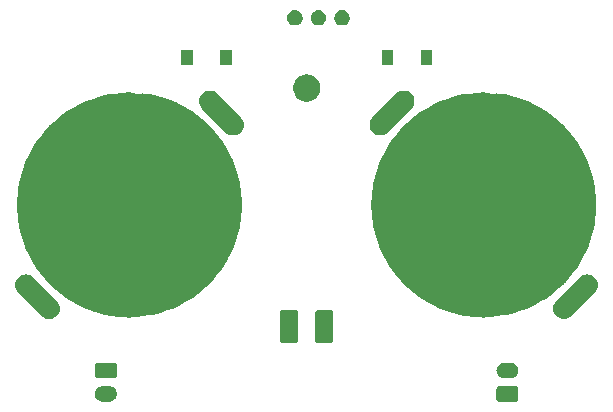
<source format=gts>
G04 #@! TF.GenerationSoftware,KiCad,Pcbnew,(5.1.4)-1*
G04 #@! TF.CreationDate,2019-11-16T19:02:48+09:00*
G04 #@! TF.ProjectId,battery-pack-pcb,62617474-6572-4792-9d70-61636b2d7063,rev?*
G04 #@! TF.SameCoordinates,PX2faf080PY2faf080*
G04 #@! TF.FileFunction,Soldermask,Top*
G04 #@! TF.FilePolarity,Negative*
%FSLAX46Y46*%
G04 Gerber Fmt 4.6, Leading zero omitted, Abs format (unit mm)*
G04 Created by KiCad (PCBNEW (5.1.4)-1) date 2019-11-16 19:02:48*
%MOMM*%
%LPD*%
G04 APERTURE LIST*
%ADD10C,9.525000*%
%ADD11C,0.100000*%
G04 APERTURE END LIST*
D10*
X17262500Y-16000000D02*
G75*
G03X17262500Y-16000000I-4762500J0D01*
G01*
X47262500Y-16000000D02*
G75*
G03X47262500Y-16000000I-4762500J0D01*
G01*
D11*
G36*
X45266242Y-31353404D02*
G01*
X45303337Y-31364657D01*
X45337515Y-31382925D01*
X45367481Y-31407519D01*
X45392075Y-31437485D01*
X45410343Y-31471663D01*
X45421596Y-31508758D01*
X45426000Y-31553474D01*
X45426000Y-32446526D01*
X45421596Y-32491242D01*
X45410343Y-32528337D01*
X45392075Y-32562515D01*
X45367481Y-32592481D01*
X45337515Y-32617075D01*
X45303337Y-32635343D01*
X45266242Y-32646596D01*
X45221526Y-32651000D01*
X43778474Y-32651000D01*
X43733758Y-32646596D01*
X43696663Y-32635343D01*
X43662485Y-32617075D01*
X43632519Y-32592481D01*
X43607925Y-32562515D01*
X43589657Y-32528337D01*
X43578404Y-32491242D01*
X43574000Y-32446526D01*
X43574000Y-31553474D01*
X43578404Y-31508758D01*
X43589657Y-31471663D01*
X43607925Y-31437485D01*
X43632519Y-31407519D01*
X43662485Y-31382925D01*
X43696663Y-31364657D01*
X43733758Y-31353404D01*
X43778474Y-31349000D01*
X45221526Y-31349000D01*
X45266242Y-31353404D01*
X45266242Y-31353404D01*
G37*
G36*
X10838855Y-31352140D02*
G01*
X10902618Y-31358420D01*
X10983400Y-31382925D01*
X11025336Y-31395646D01*
X11138425Y-31456094D01*
X11237554Y-31537446D01*
X11318906Y-31636575D01*
X11379354Y-31749664D01*
X11379355Y-31749668D01*
X11416580Y-31872382D01*
X11429149Y-32000000D01*
X11416580Y-32127618D01*
X11389040Y-32218404D01*
X11379354Y-32250336D01*
X11318906Y-32363425D01*
X11237554Y-32462554D01*
X11138425Y-32543906D01*
X11025336Y-32604354D01*
X10993404Y-32614040D01*
X10902618Y-32641580D01*
X10838855Y-32647860D01*
X10806974Y-32651000D01*
X10193026Y-32651000D01*
X10161145Y-32647860D01*
X10097382Y-32641580D01*
X10006596Y-32614040D01*
X9974664Y-32604354D01*
X9861575Y-32543906D01*
X9762446Y-32462554D01*
X9681094Y-32363425D01*
X9620646Y-32250336D01*
X9610960Y-32218404D01*
X9583420Y-32127618D01*
X9570851Y-32000000D01*
X9583420Y-31872382D01*
X9620645Y-31749668D01*
X9620646Y-31749664D01*
X9681094Y-31636575D01*
X9762446Y-31537446D01*
X9861575Y-31456094D01*
X9974664Y-31395646D01*
X10016600Y-31382925D01*
X10097382Y-31358420D01*
X10161145Y-31352140D01*
X10193026Y-31349000D01*
X10806974Y-31349000D01*
X10838855Y-31352140D01*
X10838855Y-31352140D01*
G37*
G36*
X44838855Y-29352140D02*
G01*
X44902618Y-29358420D01*
X44983400Y-29382925D01*
X45025336Y-29395646D01*
X45138425Y-29456094D01*
X45237554Y-29537446D01*
X45318906Y-29636575D01*
X45379354Y-29749664D01*
X45379355Y-29749668D01*
X45416580Y-29872382D01*
X45429149Y-30000000D01*
X45416580Y-30127618D01*
X45389040Y-30218404D01*
X45379354Y-30250336D01*
X45318906Y-30363425D01*
X45237554Y-30462554D01*
X45138425Y-30543906D01*
X45025336Y-30604354D01*
X44993404Y-30614040D01*
X44902618Y-30641580D01*
X44838855Y-30647860D01*
X44806974Y-30651000D01*
X44193026Y-30651000D01*
X44161145Y-30647860D01*
X44097382Y-30641580D01*
X44006596Y-30614040D01*
X43974664Y-30604354D01*
X43861575Y-30543906D01*
X43762446Y-30462554D01*
X43681094Y-30363425D01*
X43620646Y-30250336D01*
X43610960Y-30218404D01*
X43583420Y-30127618D01*
X43570851Y-30000000D01*
X43583420Y-29872382D01*
X43620645Y-29749668D01*
X43620646Y-29749664D01*
X43681094Y-29636575D01*
X43762446Y-29537446D01*
X43861575Y-29456094D01*
X43974664Y-29395646D01*
X44016600Y-29382925D01*
X44097382Y-29358420D01*
X44161145Y-29352140D01*
X44193026Y-29349000D01*
X44806974Y-29349000D01*
X44838855Y-29352140D01*
X44838855Y-29352140D01*
G37*
G36*
X11266242Y-29353404D02*
G01*
X11303337Y-29364657D01*
X11337515Y-29382925D01*
X11367481Y-29407519D01*
X11392075Y-29437485D01*
X11410343Y-29471663D01*
X11421596Y-29508758D01*
X11426000Y-29553474D01*
X11426000Y-30446526D01*
X11421596Y-30491242D01*
X11410343Y-30528337D01*
X11392075Y-30562515D01*
X11367481Y-30592481D01*
X11337515Y-30617075D01*
X11303337Y-30635343D01*
X11266242Y-30646596D01*
X11221526Y-30651000D01*
X9778474Y-30651000D01*
X9733758Y-30646596D01*
X9696663Y-30635343D01*
X9662485Y-30617075D01*
X9632519Y-30592481D01*
X9607925Y-30562515D01*
X9589657Y-30528337D01*
X9578404Y-30491242D01*
X9574000Y-30446526D01*
X9574000Y-29553474D01*
X9578404Y-29508758D01*
X9589657Y-29471663D01*
X9607925Y-29437485D01*
X9632519Y-29407519D01*
X9662485Y-29382925D01*
X9696663Y-29364657D01*
X9733758Y-29353404D01*
X9778474Y-29349000D01*
X11221526Y-29349000D01*
X11266242Y-29353404D01*
X11266242Y-29353404D01*
G37*
G36*
X26625562Y-24928181D02*
G01*
X26660481Y-24938774D01*
X26692663Y-24955976D01*
X26720873Y-24979127D01*
X26744024Y-25007337D01*
X26761226Y-25039519D01*
X26771819Y-25074438D01*
X26776000Y-25116895D01*
X26776000Y-27483105D01*
X26771819Y-27525562D01*
X26761226Y-27560481D01*
X26744024Y-27592663D01*
X26720873Y-27620873D01*
X26692663Y-27644024D01*
X26660481Y-27661226D01*
X26625562Y-27671819D01*
X26583105Y-27676000D01*
X25441895Y-27676000D01*
X25399438Y-27671819D01*
X25364519Y-27661226D01*
X25332337Y-27644024D01*
X25304127Y-27620873D01*
X25280976Y-27592663D01*
X25263774Y-27560481D01*
X25253181Y-27525562D01*
X25249000Y-27483105D01*
X25249000Y-25116895D01*
X25253181Y-25074438D01*
X25263774Y-25039519D01*
X25280976Y-25007337D01*
X25304127Y-24979127D01*
X25332337Y-24955976D01*
X25364519Y-24938774D01*
X25399438Y-24928181D01*
X25441895Y-24924000D01*
X26583105Y-24924000D01*
X26625562Y-24928181D01*
X26625562Y-24928181D01*
G37*
G36*
X29600562Y-24928181D02*
G01*
X29635481Y-24938774D01*
X29667663Y-24955976D01*
X29695873Y-24979127D01*
X29719024Y-25007337D01*
X29736226Y-25039519D01*
X29746819Y-25074438D01*
X29751000Y-25116895D01*
X29751000Y-27483105D01*
X29746819Y-27525562D01*
X29736226Y-27560481D01*
X29719024Y-27592663D01*
X29695873Y-27620873D01*
X29667663Y-27644024D01*
X29635481Y-27661226D01*
X29600562Y-27671819D01*
X29558105Y-27676000D01*
X28416895Y-27676000D01*
X28374438Y-27671819D01*
X28339519Y-27661226D01*
X28307337Y-27644024D01*
X28279127Y-27620873D01*
X28255976Y-27592663D01*
X28238774Y-27560481D01*
X28228181Y-27525562D01*
X28224000Y-27483105D01*
X28224000Y-25116895D01*
X28228181Y-25074438D01*
X28238774Y-25039519D01*
X28255976Y-25007337D01*
X28279127Y-24979127D01*
X28307337Y-24955976D01*
X28339519Y-24938774D01*
X28374438Y-24928181D01*
X28416895Y-24924000D01*
X29558105Y-24924000D01*
X29600562Y-24928181D01*
X29600562Y-24928181D01*
G37*
G36*
X51444868Y-21899672D02*
G01*
X51544641Y-21929938D01*
X51614824Y-21951227D01*
X51771448Y-22034945D01*
X51908736Y-22147614D01*
X52021405Y-22284902D01*
X52105123Y-22441526D01*
X52105124Y-22441530D01*
X52156678Y-22611482D01*
X52174086Y-22788226D01*
X52156678Y-22964968D01*
X52156678Y-22964969D01*
X52105123Y-23134927D01*
X52021405Y-23291550D01*
X51936973Y-23394432D01*
X51936968Y-23394437D01*
X49894437Y-25436967D01*
X49894431Y-25436972D01*
X49894430Y-25436973D01*
X49791550Y-25521405D01*
X49634926Y-25605122D01*
X49634922Y-25605124D01*
X49464970Y-25656678D01*
X49288226Y-25674086D01*
X49111482Y-25656678D01*
X48941530Y-25605124D01*
X48941526Y-25605122D01*
X48784901Y-25521405D01*
X48647614Y-25408736D01*
X48534945Y-25271449D01*
X48451228Y-25114824D01*
X48451228Y-25114823D01*
X48451226Y-25114820D01*
X48399672Y-24944868D01*
X48382264Y-24768124D01*
X48399672Y-24591380D01*
X48451226Y-24421428D01*
X48451229Y-24421423D01*
X48534945Y-24264800D01*
X48619377Y-24161920D01*
X48619379Y-24161918D01*
X48619383Y-24161913D01*
X50661913Y-22119382D01*
X50661918Y-22119377D01*
X50764800Y-22034945D01*
X50921423Y-21951227D01*
X50991605Y-21929938D01*
X51091380Y-21899672D01*
X51268124Y-21882264D01*
X51444868Y-21899672D01*
X51444868Y-21899672D01*
G37*
G36*
X3908620Y-21899672D02*
G01*
X4078572Y-21951226D01*
X4078575Y-21951228D01*
X4078576Y-21951228D01*
X4235200Y-22034945D01*
X4338080Y-22119377D01*
X4338087Y-22119383D01*
X6380618Y-24161913D01*
X6380623Y-24161918D01*
X6465055Y-24264800D01*
X6548773Y-24421423D01*
X6570062Y-24491605D01*
X6600328Y-24591380D01*
X6617736Y-24768124D01*
X6601876Y-24929148D01*
X6600328Y-24944867D01*
X6548773Y-25114824D01*
X6465055Y-25271448D01*
X6352386Y-25408736D01*
X6215098Y-25521405D01*
X6058474Y-25605123D01*
X5988291Y-25626412D01*
X5888518Y-25656678D01*
X5711774Y-25674086D01*
X5535030Y-25656678D01*
X5435255Y-25626412D01*
X5365073Y-25605123D01*
X5208450Y-25521405D01*
X5105568Y-25436973D01*
X4596776Y-24928181D01*
X3063033Y-23394437D01*
X3063027Y-23394430D01*
X2978595Y-23291550D01*
X2894878Y-23134926D01*
X2894877Y-23134923D01*
X2894876Y-23134922D01*
X2843322Y-22964970D01*
X2825914Y-22788226D01*
X2843322Y-22611482D01*
X2894876Y-22441530D01*
X2894878Y-22441526D01*
X2978595Y-22284901D01*
X3091264Y-22147614D01*
X3228551Y-22034945D01*
X3385176Y-21951228D01*
X3385177Y-21951228D01*
X3385180Y-21951226D01*
X3555132Y-21899672D01*
X3731876Y-21882264D01*
X3908620Y-21899672D01*
X3908620Y-21899672D01*
G37*
G36*
X43510880Y-10917962D02*
G01*
X44482912Y-11212825D01*
X45378743Y-11691656D01*
X46163944Y-12336055D01*
X46163945Y-12336056D01*
X46808344Y-13121257D01*
X47287175Y-14017088D01*
X47582038Y-14989120D01*
X47681601Y-16000000D01*
X47582038Y-17010880D01*
X47287175Y-17982912D01*
X46808344Y-18878743D01*
X46163945Y-19663944D01*
X46163944Y-19663945D01*
X45378743Y-20308344D01*
X44482912Y-20787175D01*
X43510880Y-21082038D01*
X42500000Y-21181601D01*
X41489120Y-21082038D01*
X40517088Y-20787175D01*
X39621257Y-20308344D01*
X38836056Y-19663945D01*
X38836055Y-19663944D01*
X38191656Y-18878743D01*
X37712825Y-17982912D01*
X37417962Y-17010880D01*
X37318399Y-16000000D01*
X37417962Y-14989120D01*
X37712825Y-14017088D01*
X38191656Y-13121257D01*
X38836055Y-12336056D01*
X38836056Y-12336055D01*
X39621257Y-11691656D01*
X40517088Y-11212825D01*
X41489120Y-10917962D01*
X42500000Y-10818399D01*
X43510880Y-10917962D01*
X43510880Y-10917962D01*
G37*
G36*
X13510880Y-10917962D02*
G01*
X14482912Y-11212825D01*
X15378743Y-11691656D01*
X16163944Y-12336055D01*
X16163945Y-12336056D01*
X16808344Y-13121257D01*
X17287175Y-14017088D01*
X17582038Y-14989120D01*
X17681601Y-16000000D01*
X17582038Y-17010880D01*
X17287175Y-17982912D01*
X16808344Y-18878743D01*
X16163945Y-19663944D01*
X16163944Y-19663945D01*
X15378743Y-20308344D01*
X14482912Y-20787175D01*
X13510880Y-21082038D01*
X12500000Y-21181601D01*
X11489120Y-21082038D01*
X10517088Y-20787175D01*
X9621257Y-20308344D01*
X8836056Y-19663945D01*
X8836055Y-19663944D01*
X8191656Y-18878743D01*
X7712825Y-17982912D01*
X7417962Y-17010880D01*
X7318399Y-16000000D01*
X7417962Y-14989120D01*
X7712825Y-14017088D01*
X8191656Y-13121257D01*
X8836055Y-12336056D01*
X8836056Y-12336055D01*
X9621257Y-11691656D01*
X10517088Y-11212825D01*
X11489120Y-10917962D01*
X12500000Y-10818399D01*
X13510880Y-10917962D01*
X13510880Y-10917962D01*
G37*
G36*
X35888518Y-6343322D02*
G01*
X35988291Y-6373588D01*
X36058474Y-6394877D01*
X36215098Y-6478595D01*
X36352386Y-6591264D01*
X36465055Y-6728552D01*
X36548773Y-6885176D01*
X36548774Y-6885180D01*
X36600328Y-7055132D01*
X36617736Y-7231876D01*
X36600328Y-7408618D01*
X36600328Y-7408619D01*
X36548773Y-7578577D01*
X36465055Y-7735200D01*
X36380623Y-7838082D01*
X36380618Y-7838087D01*
X34338087Y-9880617D01*
X34338081Y-9880622D01*
X34338080Y-9880623D01*
X34235200Y-9965055D01*
X34078576Y-10048772D01*
X34078572Y-10048774D01*
X33908620Y-10100328D01*
X33731876Y-10117736D01*
X33555132Y-10100328D01*
X33385180Y-10048774D01*
X33385176Y-10048772D01*
X33228551Y-9965055D01*
X33091264Y-9852386D01*
X32978595Y-9715099D01*
X32894878Y-9558474D01*
X32894878Y-9558473D01*
X32894876Y-9558470D01*
X32843322Y-9388518D01*
X32825914Y-9211774D01*
X32843322Y-9035030D01*
X32894876Y-8865078D01*
X32894879Y-8865073D01*
X32978595Y-8708450D01*
X33063027Y-8605570D01*
X33063029Y-8605568D01*
X33063033Y-8605563D01*
X35105563Y-6563032D01*
X35105568Y-6563027D01*
X35208450Y-6478595D01*
X35365073Y-6394877D01*
X35435255Y-6373588D01*
X35535030Y-6343322D01*
X35711774Y-6325914D01*
X35888518Y-6343322D01*
X35888518Y-6343322D01*
G37*
G36*
X19464970Y-6343322D02*
G01*
X19634922Y-6394876D01*
X19634925Y-6394878D01*
X19634926Y-6394878D01*
X19791550Y-6478595D01*
X19894430Y-6563027D01*
X19894437Y-6563033D01*
X21936968Y-8605563D01*
X21936973Y-8605568D01*
X22021405Y-8708450D01*
X22105123Y-8865073D01*
X22126412Y-8935255D01*
X22156678Y-9035030D01*
X22174086Y-9211774D01*
X22156678Y-9388516D01*
X22156678Y-9388517D01*
X22105123Y-9558474D01*
X22021405Y-9715098D01*
X21908736Y-9852386D01*
X21771448Y-9965055D01*
X21614824Y-10048773D01*
X21544641Y-10070062D01*
X21444868Y-10100328D01*
X21268124Y-10117736D01*
X21091380Y-10100328D01*
X20991605Y-10070062D01*
X20921423Y-10048773D01*
X20764800Y-9965055D01*
X20661918Y-9880623D01*
X20169811Y-9388516D01*
X18619383Y-7838087D01*
X18619377Y-7838080D01*
X18534945Y-7735200D01*
X18451228Y-7578576D01*
X18451227Y-7578573D01*
X18451226Y-7578572D01*
X18399672Y-7408620D01*
X18382264Y-7231876D01*
X18399672Y-7055132D01*
X18451226Y-6885180D01*
X18451228Y-6885176D01*
X18534945Y-6728551D01*
X18647614Y-6591264D01*
X18784901Y-6478595D01*
X18941526Y-6394878D01*
X18941527Y-6394878D01*
X18941530Y-6394876D01*
X19111482Y-6343322D01*
X19288226Y-6325914D01*
X19464970Y-6343322D01*
X19464970Y-6343322D01*
G37*
G36*
X27724549Y-4967341D02*
G01*
X27835734Y-4989457D01*
X28045203Y-5076222D01*
X28233720Y-5202185D01*
X28394040Y-5362505D01*
X28520003Y-5551022D01*
X28606768Y-5760491D01*
X28651000Y-5982861D01*
X28651000Y-6209589D01*
X28606768Y-6431959D01*
X28520003Y-6641428D01*
X28394040Y-6829945D01*
X28233720Y-6990265D01*
X28045203Y-7116228D01*
X27835734Y-7202993D01*
X27724549Y-7225109D01*
X27613365Y-7247225D01*
X27386635Y-7247225D01*
X27275451Y-7225109D01*
X27164266Y-7202993D01*
X26954797Y-7116228D01*
X26766280Y-6990265D01*
X26605960Y-6829945D01*
X26479997Y-6641428D01*
X26393232Y-6431959D01*
X26349000Y-6209589D01*
X26349000Y-5982861D01*
X26393232Y-5760491D01*
X26479997Y-5551022D01*
X26605960Y-5362505D01*
X26766280Y-5202185D01*
X26954797Y-5076222D01*
X27164266Y-4989457D01*
X27275451Y-4967341D01*
X27386635Y-4945225D01*
X27613365Y-4945225D01*
X27724549Y-4967341D01*
X27724549Y-4967341D01*
G37*
G36*
X21151000Y-4151000D02*
G01*
X20149000Y-4151000D01*
X20149000Y-2849000D01*
X21151000Y-2849000D01*
X21151000Y-4151000D01*
X21151000Y-4151000D01*
G37*
G36*
X17851000Y-4151000D02*
G01*
X16849000Y-4151000D01*
X16849000Y-2849000D01*
X17851000Y-2849000D01*
X17851000Y-4151000D01*
X17851000Y-4151000D01*
G37*
G36*
X34851000Y-4151000D02*
G01*
X33849000Y-4151000D01*
X33849000Y-2849000D01*
X34851000Y-2849000D01*
X34851000Y-4151000D01*
X34851000Y-4151000D01*
G37*
G36*
X38151000Y-4151000D02*
G01*
X37149000Y-4151000D01*
X37149000Y-2849000D01*
X38151000Y-2849000D01*
X38151000Y-4151000D01*
X38151000Y-4151000D01*
G37*
G36*
X30689890Y472209D02*
G01*
X30808364Y423135D01*
X30914988Y351891D01*
X31005665Y261214D01*
X31076909Y154590D01*
X31125983Y36116D01*
X31151000Y-89656D01*
X31151000Y-217892D01*
X31125983Y-343664D01*
X31076909Y-462138D01*
X31005665Y-568762D01*
X30914988Y-659439D01*
X30808364Y-730683D01*
X30808363Y-730684D01*
X30808362Y-730684D01*
X30689890Y-779757D01*
X30564119Y-804774D01*
X30435881Y-804774D01*
X30310110Y-779757D01*
X30191638Y-730684D01*
X30191637Y-730684D01*
X30191636Y-730683D01*
X30085012Y-659439D01*
X29994335Y-568762D01*
X29923091Y-462138D01*
X29874017Y-343664D01*
X29849000Y-217892D01*
X29849000Y-89656D01*
X29874017Y36116D01*
X29923091Y154590D01*
X29994335Y261214D01*
X30085012Y351891D01*
X30191636Y423135D01*
X30310110Y472209D01*
X30435881Y497226D01*
X30564119Y497226D01*
X30689890Y472209D01*
X30689890Y472209D01*
G37*
G36*
X26689890Y472209D02*
G01*
X26808364Y423135D01*
X26914988Y351891D01*
X27005665Y261214D01*
X27076909Y154590D01*
X27125983Y36116D01*
X27151000Y-89656D01*
X27151000Y-217892D01*
X27125983Y-343664D01*
X27076909Y-462138D01*
X27005665Y-568762D01*
X26914988Y-659439D01*
X26808364Y-730683D01*
X26808363Y-730684D01*
X26808362Y-730684D01*
X26689890Y-779757D01*
X26564119Y-804774D01*
X26435881Y-804774D01*
X26310110Y-779757D01*
X26191638Y-730684D01*
X26191637Y-730684D01*
X26191636Y-730683D01*
X26085012Y-659439D01*
X25994335Y-568762D01*
X25923091Y-462138D01*
X25874017Y-343664D01*
X25849000Y-217892D01*
X25849000Y-89656D01*
X25874017Y36116D01*
X25923091Y154590D01*
X25994335Y261214D01*
X26085012Y351891D01*
X26191636Y423135D01*
X26310110Y472209D01*
X26435881Y497226D01*
X26564119Y497226D01*
X26689890Y472209D01*
X26689890Y472209D01*
G37*
G36*
X28689890Y472209D02*
G01*
X28808364Y423135D01*
X28914988Y351891D01*
X29005665Y261214D01*
X29076909Y154590D01*
X29125983Y36116D01*
X29151000Y-89656D01*
X29151000Y-217892D01*
X29125983Y-343664D01*
X29076909Y-462138D01*
X29005665Y-568762D01*
X28914988Y-659439D01*
X28808364Y-730683D01*
X28808363Y-730684D01*
X28808362Y-730684D01*
X28689890Y-779757D01*
X28564119Y-804774D01*
X28435881Y-804774D01*
X28310110Y-779757D01*
X28191638Y-730684D01*
X28191637Y-730684D01*
X28191636Y-730683D01*
X28085012Y-659439D01*
X27994335Y-568762D01*
X27923091Y-462138D01*
X27874017Y-343664D01*
X27849000Y-217892D01*
X27849000Y-89656D01*
X27874017Y36116D01*
X27923091Y154590D01*
X27994335Y261214D01*
X28085012Y351891D01*
X28191636Y423135D01*
X28310110Y472209D01*
X28435881Y497226D01*
X28564119Y497226D01*
X28689890Y472209D01*
X28689890Y472209D01*
G37*
M02*

</source>
